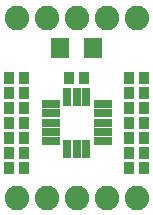
<source format=gbr>
G04 EAGLE Gerber RS-274X export*
G75*
%MOMM*%
%FSLAX34Y34*%
%LPD*%
%INSoldermask Top*%
%IPPOS*%
%AMOC8*
5,1,8,0,0,1.08239X$1,22.5*%
G01*
%ADD10R,0.903200X1.103200*%
%ADD11R,1.603200X1.803200*%
%ADD12R,1.503200X0.703200*%
%ADD13R,0.703200X1.503200*%
%ADD14C,2.082800*%


D10*
X69700Y114300D03*
X82700Y114300D03*
D11*
X90200Y139700D03*
X62200Y139700D03*
D10*
X31900Y114300D03*
X18900Y114300D03*
X31900Y101600D03*
X18900Y101600D03*
X31900Y88900D03*
X18900Y88900D03*
D12*
X54200Y92200D03*
X54200Y84200D03*
X54200Y76200D03*
X54200Y68200D03*
X54200Y60200D03*
D13*
X68200Y54200D03*
X76200Y54200D03*
X84200Y54200D03*
D12*
X98200Y60200D03*
X98200Y68200D03*
X98200Y76200D03*
X98200Y84200D03*
X98200Y92200D03*
D13*
X84200Y98200D03*
X76200Y98200D03*
X68200Y98200D03*
D10*
X133500Y88900D03*
X120500Y88900D03*
X133500Y101600D03*
X120500Y101600D03*
X133500Y114300D03*
X120500Y114300D03*
X31900Y38100D03*
X18900Y38100D03*
X18900Y63500D03*
X31900Y63500D03*
X31900Y50800D03*
X18900Y50800D03*
X120500Y63500D03*
X133500Y63500D03*
X120500Y38100D03*
X133500Y38100D03*
X120500Y50800D03*
X133500Y50800D03*
D14*
X25400Y12700D03*
X50800Y12700D03*
X76200Y12700D03*
X101600Y12700D03*
X127000Y12700D03*
X127000Y165100D03*
X101600Y165100D03*
X76200Y165100D03*
X50800Y165100D03*
X25400Y165100D03*
D10*
X18900Y76200D03*
X31900Y76200D03*
X120500Y76200D03*
X133500Y76200D03*
M02*

</source>
